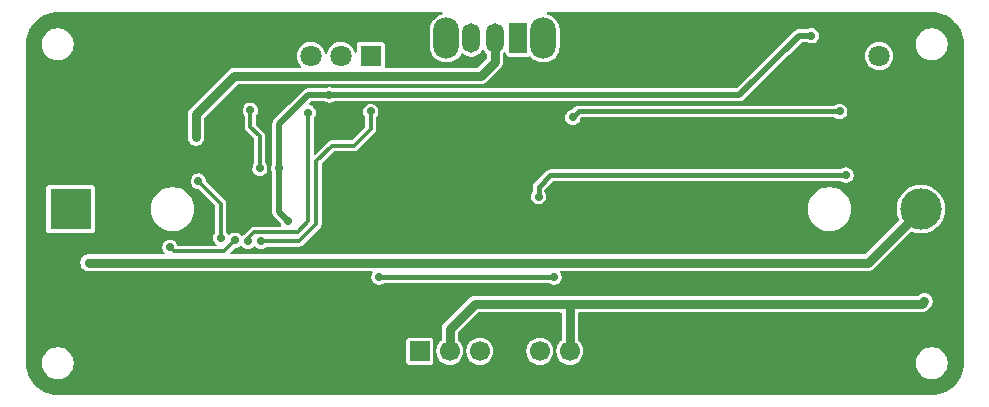
<source format=gbr>
%TF.GenerationSoftware,KiCad,Pcbnew,9.0.6*%
%TF.CreationDate,2026-02-05T22:19:04+05:30*%
%TF.ProjectId,Vitalung_V0.1,56697461-6c75-46e6-975f-56302e312e6b,0.1*%
%TF.SameCoordinates,PX7057c40PY68e7780*%
%TF.FileFunction,Copper,L2,Bot*%
%TF.FilePolarity,Positive*%
%FSLAX46Y46*%
G04 Gerber Fmt 4.6, Leading zero omitted, Abs format (unit mm)*
G04 Created by KiCad (PCBNEW 9.0.6) date 2026-02-05 22:19:04*
%MOMM*%
%LPD*%
G01*
G04 APERTURE LIST*
%TA.AperFunction,ComponentPad*%
%ADD10O,2.200000X3.500000*%
%TD*%
%TA.AperFunction,ComponentPad*%
%ADD11R,1.500000X2.500000*%
%TD*%
%TA.AperFunction,ComponentPad*%
%ADD12O,1.500000X2.500000*%
%TD*%
%TA.AperFunction,ComponentPad*%
%ADD13R,1.700000X1.700000*%
%TD*%
%TA.AperFunction,ComponentPad*%
%ADD14C,1.700000*%
%TD*%
%TA.AperFunction,ComponentPad*%
%ADD15R,1.800000X1.800000*%
%TD*%
%TA.AperFunction,ComponentPad*%
%ADD16C,1.800000*%
%TD*%
%TA.AperFunction,ComponentPad*%
%ADD17R,3.500000X3.500000*%
%TD*%
%TA.AperFunction,ComponentPad*%
%ADD18C,3.500000*%
%TD*%
%TA.AperFunction,ViaPad*%
%ADD19C,0.700000*%
%TD*%
%TA.AperFunction,Conductor*%
%ADD20C,0.800000*%
%TD*%
%TA.AperFunction,Conductor*%
%ADD21C,0.500000*%
%TD*%
%TA.AperFunction,Conductor*%
%ADD22C,0.300000*%
%TD*%
%TA.AperFunction,Conductor*%
%ADD23C,0.400000*%
%TD*%
G04 APERTURE END LIST*
D10*
%TO.P,SW1,*%
%TO.N,*%
X44100000Y30500000D03*
X35900000Y30500000D03*
D11*
%TO.P,SW1,1,A*%
%TO.N,Net-(SW1-A)*%
X42000000Y30500000D03*
D12*
%TO.P,SW1,2,B*%
%TO.N,+BATT*%
X40000000Y30500000D03*
%TO.P,SW1,3,C*%
%TO.N,unconnected-(SW1-C-Pad3)*%
X38000000Y30500000D03*
%TD*%
D13*
%TO.P,J1,1,Pin_1*%
%TO.N,Net-(J1-Pin_1)*%
X33650000Y4000000D03*
D14*
%TO.P,J1,2,Pin_2*%
%TO.N,+5V*%
X36190000Y4000000D03*
%TO.P,J1,3,Pin_3*%
%TO.N,SCL*%
X38730000Y4000000D03*
%TO.P,J1,4,Pin_4*%
%TO.N,GND*%
X41270000Y4000000D03*
%TO.P,J1,5,Pin_5*%
%TO.N,SDA*%
X43810000Y4000000D03*
%TO.P,J1,6,Pin_6*%
%TO.N,+5V*%
X46350000Y4000000D03*
%TD*%
D15*
%TO.P,D2,1,K*%
%TO.N,GND*%
X70000000Y29000000D03*
D16*
%TO.P,D2,2,A*%
%TO.N,Net-(D2-A)*%
X72540000Y29000000D03*
%TD*%
D15*
%TO.P,D1,1,K1*%
%TO.N,/Red*%
X29500000Y29000000D03*
D16*
%TO.P,D1,2,A*%
%TO.N,Net-(D1-A)*%
X26960000Y29000000D03*
%TO.P,D1,3,K2*%
%TO.N,/Green*%
X24420000Y29000000D03*
%TD*%
D17*
%TO.P,BT1,1,+*%
%TO.N,+BATT*%
X4075000Y16040000D03*
D18*
%TO.P,BT1,2,-*%
%TO.N,Net-(BT1--)*%
X76075000Y16040000D03*
%TD*%
D19*
%TO.N,+BATT*%
X14700000Y22100000D03*
%TO.N,Net-(BT1--)*%
X10600000Y11500000D03*
X5600000Y11500000D03*
%TO.N,GND*%
X19700000Y16500000D03*
X17300000Y9100000D03*
X66200000Y5800000D03*
X43200000Y13700000D03*
X17300000Y10100000D03*
X8100000Y19200000D03*
X43900000Y19500000D03*
X17700000Y14700000D03*
X6100000Y6700000D03*
X43200000Y12800000D03*
X11200000Y19300000D03*
X66900000Y27700000D03*
X24200000Y8400000D03*
X79200000Y7200000D03*
X6100000Y7500000D03*
X69000000Y6700000D03*
X11200000Y20200000D03*
X42900000Y19500000D03*
X7300000Y6400000D03*
X8100000Y20200000D03*
X67900000Y27700000D03*
X79200000Y6200000D03*
X19200000Y19700000D03*
X66200000Y6700000D03*
X5500000Y9500000D03*
X5600000Y10200000D03*
X35700000Y14100000D03*
X14700000Y14700000D03*
X33400000Y14000000D03*
X69000000Y5800000D03*
X34500000Y13900000D03*
X25300000Y9800000D03*
%TO.N,VBUS*%
X66800000Y30711750D03*
X26000000Y25699000D03*
X22500000Y15000000D03*
X21700000Y19500000D03*
%TO.N,VREG*%
X14900000Y18400000D03*
X16800000Y13600000D03*
%TO.N,+5V*%
X76375000Y8225000D03*
%TO.N,+3V3*%
X43700000Y17100000D03*
X69719046Y18919046D03*
%TO.N,Heater_En*%
X45000000Y10300000D03*
X30200000Y10300000D03*
%TO.N,Net-(U3-CS)*%
X18000000Y13400000D03*
X12500000Y12800000D03*
%TO.N,Net-(U3-PWR_ON-)*%
X19300000Y24400000D03*
X20100000Y19500000D03*
%TO.N,/Green*%
X24200000Y24200000D03*
X19100000Y13300000D03*
%TO.N,/Red*%
X20200000Y13300000D03*
X29500000Y24300000D03*
%TO.N,Net-(U1-PA10_A2_D2)*%
X46600000Y23800000D03*
X69200000Y24300000D03*
%TD*%
D20*
%TO.N,+BATT*%
X40000000Y28500000D02*
X40000000Y30500000D01*
X17900000Y27300000D02*
X38800000Y27300000D01*
X14700000Y24100000D02*
X17900000Y27300000D01*
X14700000Y22100000D02*
X14700000Y24100000D01*
X38800000Y27300000D02*
X40000000Y28500000D01*
%TO.N,Net-(BT1--)*%
X10600000Y11500000D02*
X71600000Y11500000D01*
X71600000Y11500000D02*
X76075000Y15975000D01*
X76075000Y15975000D02*
X76075000Y16040000D01*
X5600000Y11500000D02*
X10600000Y11500000D01*
D21*
%TO.N,VBUS*%
X22950000Y24450000D02*
X21700000Y23200000D01*
X21700000Y15800000D02*
X22500000Y15000000D01*
X26000000Y25699000D02*
X60699000Y25699000D01*
X65711750Y30711750D02*
X66800000Y30711750D01*
X60699000Y25699000D02*
X65711750Y30711750D01*
X24199000Y25699000D02*
X26000000Y25699000D01*
X21700000Y23200000D02*
X21700000Y19500000D01*
X22950000Y24450000D02*
X24199000Y25699000D01*
X21700000Y19500000D02*
X21700000Y15800000D01*
D22*
%TO.N,VREG*%
X16800000Y16500000D02*
X14900000Y18400000D01*
X16800000Y13600000D02*
X16800000Y16500000D01*
D20*
%TO.N,+5V*%
X48900000Y8000000D02*
X46600000Y8000000D01*
X36190000Y4000000D02*
X36190000Y5890000D01*
X38300000Y8000000D02*
X48900000Y8000000D01*
X76150000Y8000000D02*
X48900000Y8000000D01*
X76375000Y8225000D02*
X76150000Y8000000D01*
X36190000Y5890000D02*
X38300000Y8000000D01*
X46350000Y7750000D02*
X46350000Y4000000D01*
X46600000Y8000000D02*
X46350000Y7750000D01*
D23*
%TO.N,+3V3*%
X44700000Y18900000D02*
X69700000Y18900000D01*
X43700000Y17100000D02*
X43700000Y17900000D01*
X69700000Y18900000D02*
X69719046Y18919046D01*
X43700000Y17900000D02*
X44700000Y18900000D01*
%TO.N,Heater_En*%
X45000000Y10300000D02*
X30200000Y10300000D01*
D22*
%TO.N,Net-(U3-CS)*%
X17069654Y12449000D02*
X12851000Y12449000D01*
X12851000Y12449000D02*
X12500000Y12800000D01*
X18000000Y13400000D02*
X18000000Y13379346D01*
X18000000Y13379346D02*
X17069654Y12449000D01*
%TO.N,Net-(U3-PWR_ON-)*%
X19300000Y23000000D02*
X20100000Y22200000D01*
X20100000Y22200000D02*
X20100000Y19500000D01*
X19300000Y24400000D02*
X19300000Y23000000D01*
%TO.N,/Green*%
X24200000Y15000000D02*
X24200000Y24200000D01*
X23300000Y14100000D02*
X24200000Y15000000D01*
X19600000Y14100000D02*
X23300000Y14100000D01*
X19100000Y13600000D02*
X19600000Y14100000D01*
X19100000Y13300000D02*
X19100000Y13600000D01*
%TO.N,/Red*%
X29500000Y22800000D02*
X29500000Y24200000D01*
X29500000Y24200000D02*
X29500000Y24300000D01*
X28100000Y21400000D02*
X29500000Y22800000D01*
X23400000Y13300000D02*
X24900000Y14800000D01*
X20200000Y13300000D02*
X23400000Y13300000D01*
X24900000Y20100000D02*
X26200000Y21400000D01*
X24900000Y14800000D02*
X24900000Y20100000D01*
X26200000Y21400000D02*
X28100000Y21400000D01*
D23*
%TO.N,Net-(U1-PA10_A2_D2)*%
X47100000Y24300000D02*
X69200000Y24300000D01*
X46600000Y23800000D02*
X47100000Y24300000D01*
%TD*%
%TA.AperFunction,Conductor*%
%TO.N,GND*%
G36*
X35569886Y32680593D02*
G01*
X35605850Y32631093D01*
X35605850Y32569907D01*
X35569886Y32520407D01*
X35542287Y32506345D01*
X35362400Y32447898D01*
X35165980Y32347817D01*
X35151103Y32337008D01*
X34987635Y32218242D01*
X34831758Y32062365D01*
X34793039Y32009072D01*
X34702183Y31884020D01*
X34602102Y31687600D01*
X34533984Y31477949D01*
X34499500Y31260226D01*
X34499500Y29739775D01*
X34533984Y29522052D01*
X34602102Y29312401D01*
X34602104Y29312398D01*
X34602105Y29312394D01*
X34654277Y29210001D01*
X34702182Y29115982D01*
X34702185Y29115978D01*
X34831758Y28937635D01*
X34987635Y28781758D01*
X35165978Y28652185D01*
X35362394Y28552105D01*
X35572049Y28483985D01*
X35659140Y28470191D01*
X35789775Y28449500D01*
X35789778Y28449500D01*
X36010225Y28449500D01*
X36119086Y28466743D01*
X36227951Y28483985D01*
X36437606Y28552105D01*
X36634022Y28652185D01*
X36812365Y28781758D01*
X36968242Y28937635D01*
X37097815Y29115978D01*
X37137410Y29193688D01*
X37180673Y29236951D01*
X37241105Y29246523D01*
X37295622Y29218746D01*
X37330345Y29184023D01*
X37502402Y29069059D01*
X37693580Y28989870D01*
X37896535Y28949500D01*
X37896536Y28949500D01*
X38103464Y28949500D01*
X38103465Y28949500D01*
X38306420Y28989870D01*
X38497598Y29069059D01*
X38669655Y29184023D01*
X38815977Y29330345D01*
X38917684Y29482563D01*
X38965734Y29520442D01*
X39026872Y29522844D01*
X39077746Y29488852D01*
X39082310Y29482570D01*
X39184023Y29330345D01*
X39270505Y29243863D01*
X39298281Y29189348D01*
X39299500Y29173861D01*
X39299500Y28831165D01*
X39280593Y28772974D01*
X39270504Y28761161D01*
X38538839Y28029496D01*
X38484322Y28001719D01*
X38468835Y28000500D01*
X30799500Y28000500D01*
X30741309Y28019407D01*
X30705345Y28068907D01*
X30700500Y28099500D01*
X30700499Y29944861D01*
X30700499Y29944864D01*
X30697585Y29969991D01*
X30652206Y30072765D01*
X30572765Y30152206D01*
X30469991Y30197585D01*
X30469990Y30197586D01*
X30469988Y30197586D01*
X30444868Y30200500D01*
X28555139Y30200500D01*
X28555136Y30200499D01*
X28530009Y30197586D01*
X28427235Y30152206D01*
X28347794Y30072765D01*
X28302414Y29969989D01*
X28299500Y29944870D01*
X28299500Y29387405D01*
X28280593Y29329214D01*
X28231093Y29293250D01*
X28169907Y29293250D01*
X28120407Y29329214D01*
X28106345Y29356812D01*
X28096405Y29387405D01*
X28072547Y29460832D01*
X27986760Y29629199D01*
X27875690Y29782073D01*
X27742073Y29915690D01*
X27589199Y30026760D01*
X27589198Y30026761D01*
X27589196Y30026762D01*
X27420832Y30112547D01*
X27241113Y30170942D01*
X27054484Y30200500D01*
X27054481Y30200500D01*
X26865519Y30200500D01*
X26865516Y30200500D01*
X26678886Y30170942D01*
X26499167Y30112547D01*
X26330803Y30026762D01*
X26177928Y29915691D01*
X26044309Y29782072D01*
X25933238Y29629197D01*
X25847453Y29460833D01*
X25789058Y29281114D01*
X25787781Y29273046D01*
X25760004Y29218529D01*
X25705487Y29190752D01*
X25645055Y29200323D01*
X25601790Y29243588D01*
X25592219Y29273046D01*
X25590941Y29281114D01*
X25586473Y29294865D01*
X25532547Y29460832D01*
X25446760Y29629199D01*
X25335690Y29782073D01*
X25202073Y29915690D01*
X25049199Y30026760D01*
X25049198Y30026761D01*
X25049196Y30026762D01*
X24880832Y30112547D01*
X24701113Y30170942D01*
X24514484Y30200500D01*
X24514481Y30200500D01*
X24325519Y30200500D01*
X24325516Y30200500D01*
X24138886Y30170942D01*
X23959167Y30112547D01*
X23790803Y30026762D01*
X23637928Y29915691D01*
X23504309Y29782072D01*
X23393238Y29629197D01*
X23307453Y29460833D01*
X23249058Y29281114D01*
X23219500Y29094485D01*
X23219500Y28905516D01*
X23249058Y28718887D01*
X23307453Y28539168D01*
X23362563Y28431007D01*
X23393240Y28370801D01*
X23504310Y28217927D01*
X23552735Y28169502D01*
X23580511Y28114987D01*
X23570940Y28054555D01*
X23527675Y28011290D01*
X23482730Y28000500D01*
X17831004Y28000500D01*
X17722591Y27978936D01*
X17722591Y27978935D01*
X17709131Y27976258D01*
X17695670Y27973580D01*
X17652955Y27955886D01*
X17652954Y27955886D01*
X17568191Y27920777D01*
X17568190Y27920777D01*
X17458968Y27847797D01*
X17458969Y27847796D01*
X17453458Y27844114D01*
X17453453Y27844110D01*
X14155883Y24546540D01*
X14079223Y24431809D01*
X14026420Y24304330D01*
X14026420Y24304328D01*
X14008586Y24214670D01*
X13999500Y24168994D01*
X13999500Y22031005D01*
X14026420Y21895673D01*
X14026420Y21895671D01*
X14079222Y21768194D01*
X14079228Y21768183D01*
X14155885Y21653459D01*
X14253458Y21555886D01*
X14368182Y21479229D01*
X14368193Y21479223D01*
X14415283Y21459718D01*
X14495672Y21426420D01*
X14631007Y21399500D01*
X14631008Y21399500D01*
X14768992Y21399500D01*
X14768993Y21399500D01*
X14904328Y21426420D01*
X15031811Y21479225D01*
X15146542Y21555886D01*
X15244114Y21653458D01*
X15320775Y21768189D01*
X15373580Y21895672D01*
X15400500Y22031007D01*
X15400500Y23768836D01*
X15419407Y23827027D01*
X15429496Y23838840D01*
X16054725Y24464069D01*
X18649500Y24464069D01*
X18649500Y24335931D01*
X18673621Y24214669D01*
X18674499Y24210258D01*
X18674500Y24210253D01*
X18723534Y24091875D01*
X18723538Y24091867D01*
X18740211Y24066915D01*
X18794724Y23985331D01*
X18794727Y23985328D01*
X18820504Y23959551D01*
X18848281Y23905034D01*
X18849500Y23889547D01*
X18849500Y22940692D01*
X18870588Y22861986D01*
X18880200Y22826114D01*
X18880202Y22826110D01*
X18939507Y22723391D01*
X18939509Y22723389D01*
X18939511Y22723386D01*
X19620505Y22042392D01*
X19648281Y21987877D01*
X19649500Y21972390D01*
X19649500Y20010453D01*
X19630593Y19952262D01*
X19620504Y19940449D01*
X19594727Y19914673D01*
X19594724Y19914669D01*
X19523538Y19808134D01*
X19523534Y19808126D01*
X19474500Y19689748D01*
X19474499Y19689743D01*
X19449500Y19564070D01*
X19449500Y19435931D01*
X19474499Y19310258D01*
X19474500Y19310253D01*
X19523534Y19191875D01*
X19523538Y19191867D01*
X19566365Y19127774D01*
X19594724Y19085331D01*
X19685331Y18994724D01*
X19748848Y18952283D01*
X19791866Y18923539D01*
X19791870Y18923537D01*
X19791873Y18923535D01*
X19910256Y18874499D01*
X20035931Y18849500D01*
X20035932Y18849500D01*
X20164068Y18849500D01*
X20164069Y18849500D01*
X20289744Y18874499D01*
X20408127Y18923535D01*
X20514669Y18994724D01*
X20605276Y19085331D01*
X20676465Y19191873D01*
X20725501Y19310256D01*
X20750500Y19435931D01*
X20750500Y19564069D01*
X20725501Y19689744D01*
X20676465Y19808127D01*
X20676463Y19808130D01*
X20676461Y19808134D01*
X20647717Y19851152D01*
X20605276Y19914669D01*
X20579496Y19940449D01*
X20551719Y19994966D01*
X20550500Y20010453D01*
X20550500Y22259308D01*
X20519800Y22373882D01*
X20519799Y22373886D01*
X20519799Y22373887D01*
X20460490Y22476614D01*
X19779496Y23157608D01*
X19751719Y23212125D01*
X19750500Y23227612D01*
X19750500Y23889547D01*
X19769407Y23947738D01*
X19779496Y23959551D01*
X19805276Y23985331D01*
X19876465Y24091873D01*
X19925501Y24210256D01*
X19950500Y24335931D01*
X19950500Y24464069D01*
X19925501Y24589744D01*
X19876465Y24708127D01*
X19876463Y24708130D01*
X19876461Y24708134D01*
X19837534Y24766391D01*
X19805276Y24814669D01*
X19714669Y24905276D01*
X19672226Y24933635D01*
X19608133Y24976462D01*
X19608125Y24976466D01*
X19489747Y25025500D01*
X19489745Y25025501D01*
X19489744Y25025501D01*
X19364069Y25050500D01*
X19235931Y25050500D01*
X19235930Y25050500D01*
X19173093Y25038001D01*
X19110256Y25025501D01*
X19110255Y25025501D01*
X19110252Y25025500D01*
X18991874Y24976466D01*
X18991866Y24976462D01*
X18885331Y24905276D01*
X18885327Y24905273D01*
X18794727Y24814673D01*
X18794724Y24814669D01*
X18723538Y24708134D01*
X18723534Y24708126D01*
X18674500Y24589748D01*
X18674499Y24589745D01*
X18674499Y24589744D01*
X18649500Y24464069D01*
X16054725Y24464069D01*
X18161160Y26570504D01*
X18215677Y26598281D01*
X18231164Y26599500D01*
X38868993Y26599500D01*
X38868994Y26599500D01*
X39004328Y26626420D01*
X39131811Y26679225D01*
X39246543Y26755886D01*
X40544114Y28053457D01*
X40620775Y28168189D01*
X40673580Y28295671D01*
X40688524Y28370801D01*
X40700500Y28431007D01*
X40700500Y29173861D01*
X40702968Y29181459D01*
X40701719Y29189347D01*
X40712242Y29210001D01*
X40719407Y29232052D01*
X40729496Y29243864D01*
X40732155Y29246523D01*
X40780498Y29294867D01*
X40835012Y29322643D01*
X40895444Y29313072D01*
X40938709Y29269808D01*
X40949500Y29224866D01*
X40949500Y29205143D01*
X40949501Y29205136D01*
X40952414Y29180010D01*
X40977756Y29122615D01*
X40997794Y29077235D01*
X41077235Y28997794D01*
X41180009Y28952415D01*
X41205135Y28949500D01*
X42794864Y28949501D01*
X42819991Y28952415D01*
X42899087Y28987340D01*
X42959955Y28993548D01*
X43012848Y28962793D01*
X43019167Y28954965D01*
X43023137Y28949500D01*
X43031758Y28937635D01*
X43187635Y28781758D01*
X43365978Y28652185D01*
X43562394Y28552105D01*
X43772049Y28483985D01*
X43859140Y28470191D01*
X43989775Y28449500D01*
X43989778Y28449500D01*
X44210225Y28449500D01*
X44319086Y28466743D01*
X44427951Y28483985D01*
X44637606Y28552105D01*
X44834022Y28652185D01*
X45012365Y28781758D01*
X45168242Y28937635D01*
X45297815Y29115978D01*
X45397895Y29312394D01*
X45466015Y29522049D01*
X45500500Y29739778D01*
X45500500Y31260222D01*
X45500500Y31260226D01*
X45471906Y31440756D01*
X45466015Y31477951D01*
X45400047Y31680984D01*
X45397897Y31687600D01*
X45397896Y31687601D01*
X45397895Y31687606D01*
X45297815Y31884022D01*
X45168242Y32062365D01*
X45012365Y32218242D01*
X44834022Y32347815D01*
X44834021Y32347816D01*
X44834019Y32347817D01*
X44744825Y32393264D01*
X44637606Y32447895D01*
X44637602Y32447896D01*
X44637599Y32447898D01*
X44457713Y32506345D01*
X44408213Y32542309D01*
X44389305Y32600500D01*
X44408212Y32658690D01*
X44457712Y32694654D01*
X44488305Y32699500D01*
X76952405Y32699500D01*
X76997227Y32699500D01*
X77002777Y32699345D01*
X77296701Y32682838D01*
X77307724Y32681596D01*
X77595224Y32632748D01*
X77606018Y32630285D01*
X77886251Y32549551D01*
X77896722Y32545887D01*
X78133286Y32447898D01*
X78166134Y32434292D01*
X78176136Y32429475D01*
X78431354Y32288422D01*
X78440755Y32282515D01*
X78678575Y32113772D01*
X78687254Y32106851D01*
X78753572Y32047586D01*
X78904697Y31912533D01*
X78912532Y31904698D01*
X78988231Y31819991D01*
X79106850Y31687255D01*
X79113771Y31678576D01*
X79282514Y31440756D01*
X79288421Y31431355D01*
X79429474Y31176137D01*
X79434291Y31166135D01*
X79545884Y30896727D01*
X79549551Y30886248D01*
X79630280Y30606034D01*
X79632750Y30595210D01*
X79681594Y30307730D01*
X79682837Y30296698D01*
X79699344Y30002778D01*
X79699500Y29997227D01*
X79699500Y3002774D01*
X79699344Y2997223D01*
X79682837Y2703303D01*
X79681594Y2692271D01*
X79632750Y2404791D01*
X79630280Y2393967D01*
X79549551Y2113753D01*
X79545884Y2103274D01*
X79434291Y1833866D01*
X79429474Y1823864D01*
X79288421Y1568646D01*
X79282514Y1559245D01*
X79113771Y1321425D01*
X79106850Y1312746D01*
X78912540Y1095311D01*
X78904689Y1087460D01*
X78687254Y893150D01*
X78678575Y886229D01*
X78440755Y717486D01*
X78431354Y711579D01*
X78176136Y570526D01*
X78166134Y565709D01*
X77896726Y454116D01*
X77886247Y450449D01*
X77606033Y369720D01*
X77595209Y367250D01*
X77307729Y318406D01*
X77296697Y317163D01*
X77002778Y300656D01*
X76997227Y300500D01*
X3002773Y300500D01*
X2997222Y300656D01*
X2703302Y317163D01*
X2692270Y318406D01*
X2404790Y367250D01*
X2393966Y369720D01*
X2113752Y450449D01*
X2103273Y454116D01*
X1833865Y565709D01*
X1823863Y570526D01*
X1568645Y711579D01*
X1559244Y717486D01*
X1321424Y886229D01*
X1312745Y893150D01*
X1211695Y983453D01*
X1095302Y1087468D01*
X1087467Y1095303D01*
X969745Y1227034D01*
X893149Y1312746D01*
X886228Y1321425D01*
X717485Y1559245D01*
X711578Y1568646D01*
X570525Y1823864D01*
X565708Y1833866D01*
X454115Y2103274D01*
X450448Y2113753D01*
X369715Y2393982D01*
X367252Y2404776D01*
X318404Y2692276D01*
X317162Y2703303D01*
X300656Y2997223D01*
X300500Y3002774D01*
X300500Y3106291D01*
X1649500Y3106291D01*
X1649500Y2893710D01*
X1682752Y2683762D01*
X1748443Y2481588D01*
X1844948Y2292185D01*
X1844950Y2292181D01*
X1969891Y2120214D01*
X1969893Y2120212D01*
X1969896Y2120208D01*
X2120208Y1969896D01*
X2120211Y1969894D01*
X2120213Y1969892D01*
X2292180Y1844951D01*
X2292184Y1844949D01*
X2481588Y1748443D01*
X2683757Y1682754D01*
X2683758Y1682754D01*
X2683761Y1682753D01*
X2893710Y1649500D01*
X2893713Y1649500D01*
X3106290Y1649500D01*
X3316238Y1682753D01*
X3316239Y1682754D01*
X3316243Y1682754D01*
X3518412Y1748443D01*
X3707816Y1844949D01*
X3879792Y1969896D01*
X4030104Y2120208D01*
X4155051Y2292184D01*
X4251557Y2481588D01*
X4317246Y2683757D01*
X4317247Y2683762D01*
X4350500Y2893710D01*
X4350500Y3106291D01*
X4317247Y3316239D01*
X4291003Y3397009D01*
X4251557Y3518412D01*
X4155051Y3707816D01*
X4155049Y3707820D01*
X4030108Y3879787D01*
X4030106Y3879789D01*
X4030104Y3879792D01*
X3879792Y4030104D01*
X3879788Y4030107D01*
X3879786Y4030109D01*
X3707819Y4155050D01*
X3707815Y4155052D01*
X3518412Y4251557D01*
X3316238Y4317248D01*
X3106290Y4350500D01*
X3106287Y4350500D01*
X2893713Y4350500D01*
X2893710Y4350500D01*
X2683761Y4317248D01*
X2481587Y4251557D01*
X2292184Y4155052D01*
X2292180Y4155050D01*
X2120213Y4030109D01*
X1969891Y3879787D01*
X1844950Y3707820D01*
X1844948Y3707816D01*
X1748443Y3518413D01*
X1682752Y3316239D01*
X1649500Y3106291D01*
X300500Y3106291D01*
X300500Y4894870D01*
X32499500Y4894870D01*
X32499500Y3105140D01*
X32499501Y3105137D01*
X32502414Y3080010D01*
X32516727Y3047595D01*
X32547794Y2977235D01*
X32627235Y2897794D01*
X32730009Y2852415D01*
X32755135Y2849500D01*
X34544864Y2849501D01*
X34569991Y2852415D01*
X34672765Y2897794D01*
X34752206Y2977235D01*
X34797585Y3080009D01*
X34800500Y3105135D01*
X34800499Y4090550D01*
X35039500Y4090550D01*
X35039500Y3909451D01*
X35067828Y3730594D01*
X35067829Y3730591D01*
X35123789Y3558361D01*
X35206004Y3397006D01*
X35312447Y3250499D01*
X35440499Y3122447D01*
X35587006Y3016004D01*
X35748361Y2933789D01*
X35920591Y2877829D01*
X35992136Y2866498D01*
X36099451Y2849500D01*
X36099454Y2849500D01*
X36280549Y2849500D01*
X36369977Y2863665D01*
X36459409Y2877829D01*
X36631639Y2933789D01*
X36792994Y3016004D01*
X36939501Y3122447D01*
X37067553Y3250499D01*
X37173996Y3397006D01*
X37256211Y3558361D01*
X37312171Y3730591D01*
X37326335Y3820023D01*
X37340500Y3909451D01*
X37340500Y4090550D01*
X37579500Y4090550D01*
X37579500Y3909451D01*
X37607828Y3730594D01*
X37607829Y3730591D01*
X37663789Y3558361D01*
X37746004Y3397006D01*
X37852447Y3250499D01*
X37980499Y3122447D01*
X38127006Y3016004D01*
X38288361Y2933789D01*
X38460591Y2877829D01*
X38532136Y2866498D01*
X38639451Y2849500D01*
X38639454Y2849500D01*
X38820549Y2849500D01*
X38909977Y2863665D01*
X38999409Y2877829D01*
X39171639Y2933789D01*
X39332994Y3016004D01*
X39479501Y3122447D01*
X39607553Y3250499D01*
X39713996Y3397006D01*
X39796211Y3558361D01*
X39852171Y3730591D01*
X39866335Y3820023D01*
X39880500Y3909451D01*
X39880500Y4090550D01*
X42659500Y4090550D01*
X42659500Y3909451D01*
X42687828Y3730594D01*
X42687829Y3730591D01*
X42743789Y3558361D01*
X42826004Y3397006D01*
X42932447Y3250499D01*
X43060499Y3122447D01*
X43207006Y3016004D01*
X43368361Y2933789D01*
X43540591Y2877829D01*
X43612136Y2866498D01*
X43719451Y2849500D01*
X43719454Y2849500D01*
X43900549Y2849500D01*
X43989977Y2863665D01*
X44079409Y2877829D01*
X44251639Y2933789D01*
X44412994Y3016004D01*
X44559501Y3122447D01*
X44687553Y3250499D01*
X44793996Y3397006D01*
X44876211Y3558361D01*
X44932171Y3730591D01*
X44946335Y3820023D01*
X44960500Y3909451D01*
X44960500Y4090550D01*
X44932171Y4269407D01*
X44932171Y4269409D01*
X44876211Y4441639D01*
X44793996Y4602994D01*
X44687553Y4749501D01*
X44559501Y4877553D01*
X44412994Y4983996D01*
X44412993Y4983997D01*
X44412991Y4983998D01*
X44251637Y5066212D01*
X44079406Y5122172D01*
X43900549Y5150500D01*
X43900546Y5150500D01*
X43719454Y5150500D01*
X43719451Y5150500D01*
X43540593Y5122172D01*
X43368362Y5066212D01*
X43207008Y4983998D01*
X43178930Y4963598D01*
X43060499Y4877553D01*
X42932447Y4749501D01*
X42879225Y4676248D01*
X42826002Y4602992D01*
X42743788Y4441638D01*
X42687828Y4269407D01*
X42659500Y4090550D01*
X39880500Y4090550D01*
X39852171Y4269407D01*
X39852171Y4269409D01*
X39796211Y4441639D01*
X39713996Y4602994D01*
X39607553Y4749501D01*
X39479501Y4877553D01*
X39332994Y4983996D01*
X39332993Y4983997D01*
X39332991Y4983998D01*
X39171637Y5066212D01*
X38999406Y5122172D01*
X38820549Y5150500D01*
X38820546Y5150500D01*
X38639454Y5150500D01*
X38639451Y5150500D01*
X38460593Y5122172D01*
X38288362Y5066212D01*
X38127008Y4983998D01*
X38098930Y4963598D01*
X37980499Y4877553D01*
X37852447Y4749501D01*
X37799225Y4676248D01*
X37746002Y4602992D01*
X37663788Y4441638D01*
X37607828Y4269407D01*
X37579500Y4090550D01*
X37340500Y4090550D01*
X37312171Y4269407D01*
X37312171Y4269409D01*
X37256211Y4441639D01*
X37173996Y4602994D01*
X37067553Y4749501D01*
X36939501Y4877553D01*
X36939497Y4877556D01*
X36939495Y4877558D01*
X36931306Y4883508D01*
X36895344Y4933009D01*
X36890500Y4963598D01*
X36890500Y5558835D01*
X36909407Y5617026D01*
X36919496Y5628839D01*
X38561161Y7270504D01*
X38615678Y7298281D01*
X38631165Y7299500D01*
X45550500Y7299500D01*
X45608691Y7280593D01*
X45644655Y7231093D01*
X45649500Y7200500D01*
X45649500Y4963598D01*
X45630593Y4905407D01*
X45608694Y4883508D01*
X45600504Y4877558D01*
X45600499Y4877553D01*
X45472447Y4749501D01*
X45419225Y4676248D01*
X45366002Y4602992D01*
X45283788Y4441638D01*
X45227828Y4269407D01*
X45199500Y4090550D01*
X45199500Y3909451D01*
X45227828Y3730594D01*
X45227829Y3730591D01*
X45283789Y3558361D01*
X45366004Y3397006D01*
X45472447Y3250499D01*
X45600499Y3122447D01*
X45747006Y3016004D01*
X45908361Y2933789D01*
X46080591Y2877829D01*
X46152136Y2866498D01*
X46259451Y2849500D01*
X46259454Y2849500D01*
X46440549Y2849500D01*
X46529977Y2863665D01*
X46619409Y2877829D01*
X46791639Y2933789D01*
X46952994Y3016004D01*
X47077264Y3106291D01*
X75649500Y3106291D01*
X75649500Y2893710D01*
X75682752Y2683762D01*
X75748443Y2481588D01*
X75844948Y2292185D01*
X75844950Y2292181D01*
X75969891Y2120214D01*
X75969893Y2120212D01*
X75969896Y2120208D01*
X76120208Y1969896D01*
X76120211Y1969894D01*
X76120213Y1969892D01*
X76292180Y1844951D01*
X76292184Y1844949D01*
X76481588Y1748443D01*
X76683757Y1682754D01*
X76683758Y1682754D01*
X76683761Y1682753D01*
X76893710Y1649500D01*
X76893713Y1649500D01*
X77106290Y1649500D01*
X77316238Y1682753D01*
X77316239Y1682754D01*
X77316243Y1682754D01*
X77518412Y1748443D01*
X77707816Y1844949D01*
X77879792Y1969896D01*
X78030104Y2120208D01*
X78155051Y2292184D01*
X78251557Y2481588D01*
X78317246Y2683757D01*
X78317247Y2683762D01*
X78350500Y2893710D01*
X78350500Y3106291D01*
X78317247Y3316239D01*
X78291003Y3397009D01*
X78251557Y3518412D01*
X78155051Y3707816D01*
X78155049Y3707820D01*
X78030108Y3879787D01*
X78030106Y3879789D01*
X78030104Y3879792D01*
X77879792Y4030104D01*
X77879788Y4030107D01*
X77879786Y4030109D01*
X77707819Y4155050D01*
X77707815Y4155052D01*
X77518412Y4251557D01*
X77316238Y4317248D01*
X77106290Y4350500D01*
X77106287Y4350500D01*
X76893713Y4350500D01*
X76893710Y4350500D01*
X76683761Y4317248D01*
X76481587Y4251557D01*
X76292184Y4155052D01*
X76292180Y4155050D01*
X76120213Y4030109D01*
X75969891Y3879787D01*
X75844950Y3707820D01*
X75844948Y3707816D01*
X75748443Y3518413D01*
X75682752Y3316239D01*
X75649500Y3106291D01*
X47077264Y3106291D01*
X47099501Y3122447D01*
X47227553Y3250499D01*
X47333996Y3397006D01*
X47416211Y3558361D01*
X47472171Y3730591D01*
X47486335Y3820023D01*
X47500500Y3909451D01*
X47500500Y4090550D01*
X47472171Y4269407D01*
X47472171Y4269409D01*
X47416211Y4441639D01*
X47333996Y4602994D01*
X47227553Y4749501D01*
X47099501Y4877553D01*
X47099497Y4877556D01*
X47099495Y4877558D01*
X47091306Y4883508D01*
X47055344Y4933009D01*
X47050500Y4963598D01*
X47050500Y7200500D01*
X47069407Y7258691D01*
X47118907Y7294655D01*
X47149500Y7299500D01*
X76218993Y7299500D01*
X76218994Y7299500D01*
X76354328Y7326420D01*
X76481811Y7379225D01*
X76596543Y7455886D01*
X76919114Y7778457D01*
X76995775Y7893189D01*
X77048580Y8020672D01*
X77075500Y8156006D01*
X77075500Y8293994D01*
X77048580Y8429328D01*
X76995775Y8556811D01*
X76919114Y8671543D01*
X76821543Y8769114D01*
X76706811Y8845775D01*
X76706810Y8845776D01*
X76706808Y8845777D01*
X76579328Y8898580D01*
X76443996Y8925500D01*
X76443994Y8925500D01*
X76306006Y8925500D01*
X76306003Y8925500D01*
X76170672Y8898580D01*
X76170670Y8898580D01*
X76043191Y8845777D01*
X75928457Y8769115D01*
X75888838Y8729496D01*
X75834321Y8701719D01*
X75818835Y8700500D01*
X38231003Y8700500D01*
X38095672Y8673580D01*
X38095670Y8673580D01*
X37968191Y8620777D01*
X37853460Y8544117D01*
X35645883Y6336540D01*
X35569223Y6221809D01*
X35516420Y6094330D01*
X35516420Y6094328D01*
X35489500Y5958996D01*
X35489500Y4963598D01*
X35470593Y4905407D01*
X35448694Y4883508D01*
X35440504Y4877558D01*
X35440499Y4877553D01*
X35312447Y4749501D01*
X35259225Y4676248D01*
X35206002Y4602992D01*
X35123788Y4441638D01*
X35067828Y4269407D01*
X35039500Y4090550D01*
X34800499Y4090550D01*
X34800499Y4894864D01*
X34797585Y4919991D01*
X34752206Y5022765D01*
X34672765Y5102206D01*
X34569991Y5147585D01*
X34569990Y5147586D01*
X34569988Y5147586D01*
X34544868Y5150500D01*
X32755139Y5150500D01*
X32755136Y5150499D01*
X32730009Y5147586D01*
X32627235Y5102206D01*
X32547794Y5022765D01*
X32502414Y4919989D01*
X32499500Y4894870D01*
X300500Y4894870D01*
X300500Y11568996D01*
X4899500Y11568996D01*
X4899500Y11431005D01*
X4926420Y11295673D01*
X4926420Y11295671D01*
X4979222Y11168194D01*
X4979228Y11168183D01*
X5055885Y11053459D01*
X5153458Y10955886D01*
X5268182Y10879229D01*
X5268193Y10879223D01*
X5315283Y10859718D01*
X5395672Y10826420D01*
X5531007Y10799500D01*
X10531007Y10799500D01*
X29566190Y10799500D01*
X29624381Y10780593D01*
X29660345Y10731093D01*
X29660345Y10669907D01*
X29648505Y10645498D01*
X29623538Y10608135D01*
X29623534Y10608126D01*
X29574500Y10489748D01*
X29574499Y10489743D01*
X29549500Y10364070D01*
X29549500Y10235931D01*
X29574499Y10110258D01*
X29574500Y10110253D01*
X29623534Y9991875D01*
X29623538Y9991867D01*
X29666365Y9927774D01*
X29694724Y9885331D01*
X29785331Y9794724D01*
X29848848Y9752283D01*
X29891866Y9723539D01*
X29891870Y9723537D01*
X29891873Y9723535D01*
X30010256Y9674499D01*
X30135931Y9649500D01*
X30135932Y9649500D01*
X30264068Y9649500D01*
X30264069Y9649500D01*
X30389744Y9674499D01*
X30508127Y9723535D01*
X30596846Y9782816D01*
X30651847Y9799500D01*
X44548153Y9799500D01*
X44603153Y9782816D01*
X44644873Y9754939D01*
X44691866Y9723539D01*
X44691870Y9723537D01*
X44691873Y9723535D01*
X44810256Y9674499D01*
X44935931Y9649500D01*
X44935932Y9649500D01*
X45064068Y9649500D01*
X45064069Y9649500D01*
X45189744Y9674499D01*
X45308127Y9723535D01*
X45414669Y9794724D01*
X45505276Y9885331D01*
X45576465Y9991873D01*
X45625501Y10110256D01*
X45650500Y10235931D01*
X45650500Y10364069D01*
X45625501Y10489744D01*
X45576465Y10608127D01*
X45576463Y10608129D01*
X45576461Y10608135D01*
X45551495Y10645498D01*
X45534886Y10704386D01*
X45556063Y10761790D01*
X45606937Y10795783D01*
X45633810Y10799500D01*
X71668993Y10799500D01*
X71668994Y10799500D01*
X71804328Y10826420D01*
X71931811Y10879225D01*
X72046543Y10955886D01*
X75205304Y14114649D01*
X75259819Y14142424D01*
X75313188Y14136108D01*
X75414474Y14094153D01*
X75674109Y14024584D01*
X75940603Y13989500D01*
X75940604Y13989500D01*
X76209396Y13989500D01*
X76209397Y13989500D01*
X76475891Y14024584D01*
X76735526Y14094153D01*
X76983859Y14197016D01*
X77216641Y14331413D01*
X77429890Y14495044D01*
X77619956Y14685110D01*
X77783587Y14898359D01*
X77917984Y15131141D01*
X78020847Y15379474D01*
X78090416Y15639109D01*
X78125500Y15905603D01*
X78125500Y16174397D01*
X78090416Y16440891D01*
X78020847Y16700526D01*
X77917984Y16948859D01*
X77783587Y17181641D01*
X77619956Y17394890D01*
X77429890Y17584956D01*
X77289493Y17692686D01*
X77216644Y17748585D01*
X77216641Y17748587D01*
X76983859Y17882984D01*
X76983855Y17882986D01*
X76983851Y17882988D01*
X76735531Y17985845D01*
X76735530Y17985846D01*
X76735526Y17985847D01*
X76475891Y18055416D01*
X76475888Y18055417D01*
X76475886Y18055417D01*
X76209398Y18090500D01*
X76209397Y18090500D01*
X75940603Y18090500D01*
X75940601Y18090500D01*
X75674116Y18055417D01*
X75674111Y18055417D01*
X75414481Y17985849D01*
X75414468Y17985845D01*
X75166148Y17882988D01*
X74933355Y17748585D01*
X74720113Y17584959D01*
X74530041Y17394887D01*
X74366415Y17181645D01*
X74232012Y16948852D01*
X74129155Y16700532D01*
X74129151Y16700519D01*
X74059583Y16440889D01*
X74059583Y16440884D01*
X74024500Y16174399D01*
X74024500Y15905602D01*
X74059583Y15639117D01*
X74059583Y15639112D01*
X74076369Y15576466D01*
X74119721Y15414673D01*
X74129151Y15379482D01*
X74129153Y15379474D01*
X74209181Y15186270D01*
X74213982Y15125273D01*
X74187721Y15078380D01*
X71338839Y12229496D01*
X71284322Y12201719D01*
X71268835Y12200500D01*
X17697265Y12200500D01*
X17639074Y12219407D01*
X17603110Y12268907D01*
X17603110Y12330093D01*
X17627261Y12369504D01*
X17978261Y12720504D01*
X18032778Y12748281D01*
X18048265Y12749500D01*
X18064068Y12749500D01*
X18064069Y12749500D01*
X18189744Y12774499D01*
X18308127Y12823535D01*
X18414669Y12894724D01*
X18433541Y12913596D01*
X18488057Y12941375D01*
X18548489Y12931805D01*
X18585860Y12898597D01*
X18594724Y12885331D01*
X18685331Y12794724D01*
X18748848Y12752283D01*
X18791866Y12723539D01*
X18791870Y12723537D01*
X18791873Y12723535D01*
X18910256Y12674499D01*
X19035931Y12649500D01*
X19035932Y12649500D01*
X19164068Y12649500D01*
X19164069Y12649500D01*
X19289744Y12674499D01*
X19408127Y12723535D01*
X19514669Y12794724D01*
X19579996Y12860051D01*
X19634512Y12887829D01*
X19694944Y12878258D01*
X19720004Y12860051D01*
X19785322Y12794732D01*
X19785326Y12794729D01*
X19785331Y12794724D01*
X19848848Y12752283D01*
X19891866Y12723539D01*
X19891870Y12723537D01*
X19891873Y12723535D01*
X20010256Y12674499D01*
X20135931Y12649500D01*
X20135932Y12649500D01*
X20264068Y12649500D01*
X20264069Y12649500D01*
X20389744Y12674499D01*
X20508127Y12723535D01*
X20614669Y12794724D01*
X20640449Y12820504D01*
X20694966Y12848281D01*
X20710453Y12849500D01*
X23459309Y12849500D01*
X23549669Y12873713D01*
X23549672Y12873713D01*
X23566634Y12878258D01*
X23573887Y12880201D01*
X23676614Y12939511D01*
X25260489Y14523386D01*
X25296253Y14585331D01*
X25319767Y14626058D01*
X25319776Y14626076D01*
X25319798Y14626113D01*
X25319799Y14626114D01*
X25350500Y14740691D01*
X25350500Y16161290D01*
X66479500Y16161290D01*
X66479500Y15918711D01*
X66511161Y15678219D01*
X66511161Y15678214D01*
X66573944Y15443908D01*
X66573948Y15443895D01*
X66666772Y15219796D01*
X66666774Y15219792D01*
X66666776Y15219788D01*
X66756681Y15064068D01*
X66788066Y15009708D01*
X66935729Y14817269D01*
X66935731Y14817267D01*
X66935735Y14817262D01*
X67107262Y14645735D01*
X67107266Y14645732D01*
X67107268Y14645730D01*
X67271384Y14519800D01*
X67299711Y14498064D01*
X67509788Y14376776D01*
X67733900Y14283946D01*
X67968211Y14221162D01*
X68208712Y14189500D01*
X68208713Y14189500D01*
X68451287Y14189500D01*
X68451288Y14189500D01*
X68691789Y14221162D01*
X68926100Y14283946D01*
X69150212Y14376776D01*
X69360289Y14498064D01*
X69552738Y14645735D01*
X69724265Y14817262D01*
X69871936Y15009711D01*
X69993224Y15219788D01*
X70086054Y15443900D01*
X70148838Y15678211D01*
X70180500Y15918712D01*
X70180500Y16161288D01*
X70148838Y16401789D01*
X70086054Y16636100D01*
X69993224Y16860212D01*
X69871936Y17070289D01*
X69799976Y17164069D01*
X69724270Y17262732D01*
X69724268Y17262734D01*
X69724265Y17262738D01*
X69552738Y17434265D01*
X69552733Y17434269D01*
X69552731Y17434271D01*
X69360292Y17581934D01*
X69355053Y17584959D01*
X69150212Y17703224D01*
X69150208Y17703226D01*
X69150204Y17703228D01*
X68926105Y17796052D01*
X68926104Y17796053D01*
X68926100Y17796054D01*
X68691789Y17858838D01*
X68691786Y17858839D01*
X68691784Y17858839D01*
X68451289Y17890500D01*
X68451288Y17890500D01*
X68208712Y17890500D01*
X68208710Y17890500D01*
X67968218Y17858839D01*
X67968213Y17858839D01*
X67733907Y17796056D01*
X67733894Y17796052D01*
X67509795Y17703228D01*
X67299707Y17581934D01*
X67107268Y17434271D01*
X66935729Y17262732D01*
X66788066Y17070293D01*
X66666772Y16860205D01*
X66573948Y16636106D01*
X66573944Y16636093D01*
X66511161Y16401787D01*
X66511161Y16401782D01*
X66479500Y16161290D01*
X25350500Y16161290D01*
X25350500Y17164070D01*
X43049500Y17164070D01*
X43049500Y17035931D01*
X43074499Y16910258D01*
X43074500Y16910253D01*
X43123534Y16791875D01*
X43123538Y16791867D01*
X43166365Y16727774D01*
X43194724Y16685331D01*
X43285331Y16594724D01*
X43338335Y16559308D01*
X43391866Y16523539D01*
X43391870Y16523537D01*
X43391873Y16523535D01*
X43510256Y16474499D01*
X43635931Y16449500D01*
X43635932Y16449500D01*
X43764068Y16449500D01*
X43764069Y16449500D01*
X43889744Y16474499D01*
X44008127Y16523535D01*
X44114669Y16594724D01*
X44205276Y16685331D01*
X44276465Y16791873D01*
X44325501Y16910256D01*
X44350500Y17035931D01*
X44350500Y17164069D01*
X44325501Y17289744D01*
X44276465Y17408127D01*
X44276463Y17408129D01*
X44276461Y17408135D01*
X44217185Y17496846D01*
X44200500Y17551848D01*
X44200500Y17651678D01*
X44219407Y17709869D01*
X44229496Y17721682D01*
X44878318Y18370504D01*
X44932835Y18398281D01*
X44948322Y18399500D01*
X69295703Y18399500D01*
X69350704Y18382816D01*
X69410919Y18342581D01*
X69529302Y18293545D01*
X69654977Y18268546D01*
X69654978Y18268546D01*
X69783114Y18268546D01*
X69783115Y18268546D01*
X69908790Y18293545D01*
X70027173Y18342581D01*
X70133715Y18413770D01*
X70224322Y18504377D01*
X70295511Y18610919D01*
X70344547Y18729302D01*
X70369546Y18854977D01*
X70369546Y18983115D01*
X70344547Y19108790D01*
X70295511Y19227173D01*
X70295509Y19227176D01*
X70295507Y19227180D01*
X70266763Y19270198D01*
X70224322Y19333715D01*
X70133715Y19424322D01*
X70091272Y19452681D01*
X70027179Y19495508D01*
X70027171Y19495512D01*
X69908793Y19544546D01*
X69908791Y19544547D01*
X69908790Y19544547D01*
X69783115Y19569546D01*
X69654977Y19569546D01*
X69654976Y19569546D01*
X69592139Y19557047D01*
X69529302Y19544547D01*
X69529301Y19544547D01*
X69529298Y19544546D01*
X69410920Y19495512D01*
X69410912Y19495508D01*
X69304370Y19424317D01*
X69302725Y19422967D01*
X69301819Y19422613D01*
X69300334Y19421620D01*
X69300116Y19421947D01*
X69245747Y19400671D01*
X69239927Y19400500D01*
X44765893Y19400500D01*
X44634108Y19400500D01*
X44556200Y19379625D01*
X44506809Y19366391D01*
X44392690Y19300504D01*
X43392686Y18300500D01*
X43392685Y18300501D01*
X43299500Y18207315D01*
X43299496Y18207310D01*
X43233609Y18093191D01*
X43219948Y18042206D01*
X43204847Y17985845D01*
X43199500Y17965891D01*
X43199500Y17551848D01*
X43182815Y17496846D01*
X43123538Y17408135D01*
X43123534Y17408126D01*
X43074500Y17289748D01*
X43074499Y17289743D01*
X43049500Y17164070D01*
X25350500Y17164070D01*
X25350500Y19872389D01*
X25369407Y19930580D01*
X25379496Y19942393D01*
X26357608Y20920504D01*
X26412125Y20948281D01*
X26427612Y20949500D01*
X28159309Y20949500D01*
X28249669Y20973713D01*
X28249672Y20973713D01*
X28262903Y20977259D01*
X28273887Y20980201D01*
X28376614Y21039511D01*
X29860489Y22523386D01*
X29919799Y22626113D01*
X29926332Y22650497D01*
X29926334Y22650500D01*
X29926333Y22650500D01*
X29950500Y22740692D01*
X29950500Y23789547D01*
X29951286Y23791969D01*
X29950620Y23794426D01*
X29956103Y23806793D01*
X29969407Y23847738D01*
X29972373Y23851614D01*
X29975727Y23855783D01*
X29984013Y23864069D01*
X45949500Y23864069D01*
X45949500Y23735931D01*
X45974498Y23610259D01*
X45974499Y23610258D01*
X45974500Y23610253D01*
X46023534Y23491875D01*
X46023538Y23491867D01*
X46066365Y23427774D01*
X46094724Y23385331D01*
X46185331Y23294724D01*
X46248848Y23252283D01*
X46291866Y23223539D01*
X46291870Y23223537D01*
X46291873Y23223535D01*
X46410256Y23174499D01*
X46535931Y23149500D01*
X46535932Y23149500D01*
X46664068Y23149500D01*
X46664069Y23149500D01*
X46789744Y23174499D01*
X46908127Y23223535D01*
X47014669Y23294724D01*
X47105276Y23385331D01*
X47176465Y23491873D01*
X47225501Y23610256D01*
X47246318Y23714911D01*
X47273420Y23765606D01*
X47278326Y23770511D01*
X47332845Y23798283D01*
X47348322Y23799500D01*
X68748153Y23799500D01*
X68803153Y23782816D01*
X68837971Y23759551D01*
X68891866Y23723539D01*
X68891870Y23723537D01*
X68891873Y23723535D01*
X69010256Y23674499D01*
X69135931Y23649500D01*
X69135932Y23649500D01*
X69264068Y23649500D01*
X69264069Y23649500D01*
X69389744Y23674499D01*
X69508127Y23723535D01*
X69614669Y23794724D01*
X69705276Y23885331D01*
X69776465Y23991873D01*
X69825501Y24110256D01*
X69850500Y24235931D01*
X69850500Y24364069D01*
X69825501Y24489744D01*
X69776465Y24608127D01*
X69776463Y24608130D01*
X69776461Y24608134D01*
X69714743Y24700500D01*
X69705276Y24714669D01*
X69614669Y24805276D01*
X69549552Y24848786D01*
X69508133Y24876462D01*
X69508125Y24876466D01*
X69389747Y24925500D01*
X69389745Y24925501D01*
X69389744Y24925501D01*
X69264069Y24950500D01*
X69135931Y24950500D01*
X69135930Y24950500D01*
X69073093Y24938001D01*
X69010256Y24925501D01*
X69010255Y24925501D01*
X69010252Y24925500D01*
X68891874Y24876466D01*
X68891866Y24876462D01*
X68826563Y24832827D01*
X68803153Y24817185D01*
X68748153Y24800500D01*
X47165893Y24800500D01*
X47034108Y24800500D01*
X46956200Y24779625D01*
X46906809Y24766391D01*
X46792690Y24700504D01*
X46792685Y24700500D01*
X46565597Y24473413D01*
X46514909Y24446320D01*
X46410266Y24425504D01*
X46410252Y24425500D01*
X46291874Y24376466D01*
X46291866Y24376462D01*
X46185331Y24305276D01*
X46185327Y24305273D01*
X46094727Y24214673D01*
X46094726Y24214671D01*
X46094724Y24214669D01*
X46074544Y24184468D01*
X46023538Y24108134D01*
X46023534Y24108126D01*
X45974500Y23989748D01*
X45974499Y23989745D01*
X45974499Y23989744D01*
X45973621Y23985331D01*
X45953730Y23885332D01*
X45949500Y23864069D01*
X29984013Y23864069D01*
X30005276Y23885331D01*
X30076465Y23991873D01*
X30125501Y24110256D01*
X30150500Y24235931D01*
X30150500Y24364069D01*
X30125501Y24489744D01*
X30076465Y24608127D01*
X30076463Y24608130D01*
X30076461Y24608134D01*
X30014743Y24700500D01*
X30005276Y24714669D01*
X29914669Y24805276D01*
X29849552Y24848786D01*
X29808133Y24876462D01*
X29808125Y24876466D01*
X29689747Y24925500D01*
X29689745Y24925501D01*
X29689744Y24925501D01*
X29564069Y24950500D01*
X29435931Y24950500D01*
X29435930Y24950500D01*
X29373093Y24938001D01*
X29310256Y24925501D01*
X29310255Y24925501D01*
X29310252Y24925500D01*
X29191874Y24876466D01*
X29191866Y24876462D01*
X29085331Y24805276D01*
X29085327Y24805273D01*
X28994727Y24714673D01*
X28994724Y24714669D01*
X28923538Y24608134D01*
X28923534Y24608126D01*
X28874500Y24489748D01*
X28874499Y24489745D01*
X28874499Y24489744D01*
X28849500Y24364069D01*
X28849500Y24235931D01*
X28869415Y24135813D01*
X28874499Y24110258D01*
X28874500Y24110253D01*
X28923534Y23991875D01*
X28923538Y23991867D01*
X28953025Y23947738D01*
X28994724Y23885331D01*
X28994727Y23885328D01*
X29020504Y23859551D01*
X29048281Y23805034D01*
X29049500Y23789547D01*
X29049500Y23027611D01*
X29030593Y22969420D01*
X29020504Y22957607D01*
X27942393Y21879496D01*
X27887876Y21851719D01*
X27872389Y21850500D01*
X26140691Y21850500D01*
X26039505Y21823387D01*
X26039504Y21823388D01*
X26026114Y21819799D01*
X25923386Y21760490D01*
X24819504Y20656608D01*
X24764987Y20628831D01*
X24704555Y20638402D01*
X24661290Y20681667D01*
X24650500Y20726612D01*
X24650500Y23689547D01*
X24669407Y23747738D01*
X24679496Y23759551D01*
X24690456Y23770511D01*
X24705276Y23785331D01*
X24776465Y23891873D01*
X24825501Y24010256D01*
X24850500Y24135931D01*
X24850500Y24264069D01*
X24825501Y24389744D01*
X24776465Y24508127D01*
X24776463Y24508130D01*
X24776461Y24508134D01*
X24747717Y24551152D01*
X24705276Y24614669D01*
X24614669Y24705276D01*
X24572226Y24733635D01*
X24508133Y24776462D01*
X24508125Y24776466D01*
X24389747Y24825500D01*
X24389734Y24825504D01*
X24333084Y24836773D01*
X24279701Y24866670D01*
X24254086Y24922236D01*
X24266024Y24982245D01*
X24282392Y25003868D01*
X24398029Y25119504D01*
X24452546Y25147281D01*
X24468032Y25148500D01*
X25622983Y25148500D01*
X25677984Y25131816D01*
X25691873Y25122535D01*
X25810256Y25073499D01*
X25935931Y25048500D01*
X25935932Y25048500D01*
X26064068Y25048500D01*
X26064069Y25048500D01*
X26189744Y25073499D01*
X26308127Y25122535D01*
X26322015Y25131816D01*
X26377017Y25148500D01*
X60771474Y25148500D01*
X60771475Y25148500D01*
X60911485Y25186016D01*
X60924836Y25193724D01*
X61037015Y25258490D01*
X64873010Y29094485D01*
X71339500Y29094485D01*
X71339500Y28905516D01*
X71369058Y28718887D01*
X71427453Y28539168D01*
X71482563Y28431007D01*
X71513240Y28370801D01*
X71624310Y28217927D01*
X71757927Y28084310D01*
X71910801Y27973240D01*
X72079168Y27887453D01*
X72258882Y27829060D01*
X72258883Y27829060D01*
X72258886Y27829059D01*
X72445516Y27799500D01*
X72445519Y27799500D01*
X72634484Y27799500D01*
X72821113Y27829059D01*
X72821114Y27829060D01*
X72821118Y27829060D01*
X73000832Y27887453D01*
X73169199Y27973240D01*
X73322073Y28084310D01*
X73455690Y28217927D01*
X73566760Y28370801D01*
X73652547Y28539168D01*
X73710940Y28718882D01*
X73710941Y28718887D01*
X73740500Y28905516D01*
X73740500Y29094485D01*
X73710941Y29281114D01*
X73706473Y29294865D01*
X73652547Y29460832D01*
X73566760Y29629199D01*
X73455690Y29782073D01*
X73322073Y29915690D01*
X73226735Y29984957D01*
X73169198Y30026761D01*
X73169195Y30026762D01*
X73013110Y30106291D01*
X75649500Y30106291D01*
X75649500Y29893710D01*
X75682752Y29683762D01*
X75748443Y29481588D01*
X75844948Y29292185D01*
X75844950Y29292181D01*
X75969891Y29120214D01*
X75969893Y29120212D01*
X75969896Y29120208D01*
X76120208Y28969896D01*
X76120211Y28969894D01*
X76120213Y28969892D01*
X76292180Y28844951D01*
X76292184Y28844949D01*
X76481588Y28748443D01*
X76683757Y28682754D01*
X76683758Y28682754D01*
X76683761Y28682753D01*
X76893710Y28649500D01*
X76893713Y28649500D01*
X77106290Y28649500D01*
X77316238Y28682753D01*
X77316239Y28682754D01*
X77316243Y28682754D01*
X77518412Y28748443D01*
X77707816Y28844949D01*
X77879792Y28969896D01*
X78030104Y29120208D01*
X78155051Y29292184D01*
X78251557Y29481588D01*
X78317246Y29683757D01*
X78317247Y29683762D01*
X78350500Y29893710D01*
X78350500Y30106291D01*
X78317247Y30316239D01*
X78288854Y30403623D01*
X78251557Y30518412D01*
X78155051Y30707816D01*
X78155049Y30707820D01*
X78030108Y30879787D01*
X78030106Y30879789D01*
X78030104Y30879792D01*
X77879792Y31030104D01*
X77879788Y31030107D01*
X77879786Y31030109D01*
X77707819Y31155050D01*
X77707815Y31155052D01*
X77518412Y31251557D01*
X77316238Y31317248D01*
X77106290Y31350500D01*
X77106287Y31350500D01*
X76893713Y31350500D01*
X76893710Y31350500D01*
X76683761Y31317248D01*
X76481587Y31251557D01*
X76292184Y31155052D01*
X76292180Y31155050D01*
X76120213Y31030109D01*
X75969891Y30879787D01*
X75844950Y30707820D01*
X75844948Y30707816D01*
X75748443Y30518413D01*
X75682752Y30316239D01*
X75649500Y30106291D01*
X73013110Y30106291D01*
X73000832Y30112547D01*
X72821113Y30170942D01*
X72634484Y30200500D01*
X72634481Y30200500D01*
X72445519Y30200500D01*
X72445516Y30200500D01*
X72258886Y30170942D01*
X72079167Y30112547D01*
X71910803Y30026762D01*
X71757928Y29915691D01*
X71624309Y29782072D01*
X71513238Y29629197D01*
X71427453Y29460833D01*
X71369058Y29281114D01*
X71339500Y29094485D01*
X64873010Y29094485D01*
X65910779Y30132254D01*
X65965296Y30160031D01*
X65980783Y30161250D01*
X66422983Y30161250D01*
X66477984Y30144566D01*
X66491873Y30135285D01*
X66610256Y30086249D01*
X66735931Y30061250D01*
X66735932Y30061250D01*
X66864068Y30061250D01*
X66864069Y30061250D01*
X66989744Y30086249D01*
X67108127Y30135285D01*
X67214669Y30206474D01*
X67305276Y30297081D01*
X67376465Y30403623D01*
X67425501Y30522006D01*
X67450500Y30647681D01*
X67450500Y30775819D01*
X67425501Y30901494D01*
X67376465Y31019877D01*
X67376463Y31019880D01*
X67376461Y31019884D01*
X67347717Y31062902D01*
X67305276Y31126419D01*
X67214669Y31217026D01*
X67150016Y31260226D01*
X67108133Y31288212D01*
X67108125Y31288216D01*
X66989747Y31337250D01*
X66989745Y31337251D01*
X66989744Y31337251D01*
X66864069Y31362250D01*
X66735931Y31362250D01*
X66735930Y31362250D01*
X66676861Y31350500D01*
X66610256Y31337251D01*
X66610255Y31337251D01*
X66610252Y31337250D01*
X66491873Y31288216D01*
X66477985Y31278935D01*
X66422983Y31262250D01*
X65639275Y31262250D01*
X65599369Y31251557D01*
X65499265Y31224734D01*
X65373735Y31152260D01*
X60499971Y26278496D01*
X60445454Y26250719D01*
X60429967Y26249500D01*
X26377017Y26249500D01*
X26322015Y26266185D01*
X26308126Y26275466D01*
X26189747Y26324500D01*
X26189745Y26324501D01*
X26189744Y26324501D01*
X26064069Y26349500D01*
X25935931Y26349500D01*
X25935930Y26349500D01*
X25873093Y26337001D01*
X25810256Y26324501D01*
X25810255Y26324501D01*
X25810252Y26324500D01*
X25691873Y26275466D01*
X25677985Y26266185D01*
X25622983Y26249500D01*
X24126525Y26249500D01*
X23986515Y26211984D01*
X23860985Y26139510D01*
X22611985Y24890510D01*
X21259490Y23538015D01*
X21195061Y23426420D01*
X21191038Y23419453D01*
X21187016Y23412486D01*
X21149500Y23272475D01*
X21149500Y19877019D01*
X21132817Y19822020D01*
X21123535Y19808129D01*
X21074500Y19689748D01*
X21074499Y19689743D01*
X21049500Y19564070D01*
X21049500Y19435931D01*
X21074499Y19310258D01*
X21074500Y19310253D01*
X21123534Y19191874D01*
X21132815Y19177985D01*
X21149500Y19122983D01*
X21149500Y15872474D01*
X21149500Y15727526D01*
X21187016Y15587515D01*
X21259490Y15461985D01*
X21552055Y15169420D01*
X21844146Y14877329D01*
X21866722Y14842396D01*
X21869635Y14834705D01*
X21874499Y14810256D01*
X21923535Y14691873D01*
X21924017Y14691152D01*
X21926510Y14684571D01*
X21927907Y14655453D01*
X21930195Y14626389D01*
X21929367Y14625038D01*
X21929443Y14623456D01*
X21913458Y14599078D01*
X21898226Y14574220D01*
X21896762Y14573614D01*
X21895894Y14572289D01*
X21868636Y14561964D01*
X21841698Y14550805D01*
X21838889Y14550695D01*
X21838676Y14550614D01*
X21838444Y14550678D01*
X21833930Y14550500D01*
X19540691Y14550500D01*
X19495508Y14538394D01*
X19450325Y14526287D01*
X19450324Y14526288D01*
X19426115Y14519800D01*
X19323386Y14460490D01*
X18739511Y13876615D01*
X18718022Y13839397D01*
X18698790Y13815563D01*
X18693368Y13810647D01*
X18685331Y13805276D01*
X18664757Y13784703D01*
X18662955Y13783068D01*
X18637139Y13771465D01*
X18611938Y13758625D01*
X18609449Y13759020D01*
X18607148Y13757985D01*
X18579448Y13763772D01*
X18551506Y13768197D01*
X18549430Y13770042D01*
X18547255Y13770496D01*
X18540347Y13778114D01*
X18514139Y13801404D01*
X18505276Y13814669D01*
X18414669Y13905276D01*
X18372226Y13933635D01*
X18308133Y13976462D01*
X18308125Y13976466D01*
X18189747Y14025500D01*
X18189745Y14025501D01*
X18189744Y14025501D01*
X18064069Y14050500D01*
X17935931Y14050500D01*
X17935930Y14050500D01*
X17873093Y14038001D01*
X17810256Y14025501D01*
X17810255Y14025501D01*
X17810252Y14025500D01*
X17691874Y13976466D01*
X17691866Y13976462D01*
X17585331Y13905276D01*
X17585321Y13905268D01*
X17543242Y13863189D01*
X17488725Y13835412D01*
X17428293Y13844984D01*
X17385029Y13888249D01*
X17381774Y13895309D01*
X17377647Y13905273D01*
X17376465Y13908127D01*
X17376463Y13908130D01*
X17376461Y13908134D01*
X17322093Y13989500D01*
X17305276Y14014669D01*
X17279496Y14040449D01*
X17251719Y14094966D01*
X17250500Y14110453D01*
X17250500Y16559308D01*
X17241010Y16594724D01*
X17219799Y16673886D01*
X17219799Y16673887D01*
X17160490Y16776614D01*
X15579496Y18357608D01*
X15551719Y18412125D01*
X15550500Y18427612D01*
X15550500Y18464068D01*
X15550500Y18464069D01*
X15525501Y18589744D01*
X15476465Y18708127D01*
X15476463Y18708130D01*
X15476461Y18708134D01*
X15447717Y18751152D01*
X15405276Y18814669D01*
X15314669Y18905276D01*
X15272226Y18933635D01*
X15208133Y18976462D01*
X15208125Y18976466D01*
X15089747Y19025500D01*
X15089745Y19025501D01*
X15089744Y19025501D01*
X14964069Y19050500D01*
X14835931Y19050500D01*
X14835930Y19050500D01*
X14773093Y19038001D01*
X14710256Y19025501D01*
X14710255Y19025501D01*
X14710252Y19025500D01*
X14591874Y18976466D01*
X14591866Y18976462D01*
X14485331Y18905276D01*
X14485327Y18905273D01*
X14394727Y18814673D01*
X14394724Y18814669D01*
X14323538Y18708134D01*
X14323534Y18708126D01*
X14274500Y18589748D01*
X14274499Y18589743D01*
X14249500Y18464070D01*
X14249500Y18335931D01*
X14274499Y18210258D01*
X14274500Y18210253D01*
X14323534Y18091875D01*
X14323538Y18091867D01*
X14356721Y18042206D01*
X14394724Y17985331D01*
X14485331Y17894724D01*
X14537313Y17859991D01*
X14591866Y17823539D01*
X14591870Y17823537D01*
X14591873Y17823535D01*
X14710256Y17774499D01*
X14835931Y17749500D01*
X14872389Y17749500D01*
X14930580Y17730593D01*
X14942393Y17720504D01*
X16320504Y16342393D01*
X16348281Y16287876D01*
X16349500Y16272389D01*
X16349500Y14110453D01*
X16330593Y14052262D01*
X16320504Y14040449D01*
X16294727Y14014673D01*
X16294724Y14014669D01*
X16223538Y13908134D01*
X16223534Y13908126D01*
X16174500Y13789748D01*
X16174499Y13789745D01*
X16174499Y13789744D01*
X16149500Y13664069D01*
X16149500Y13535931D01*
X16171466Y13425501D01*
X16174499Y13410258D01*
X16174500Y13410253D01*
X16223534Y13291875D01*
X16223538Y13291867D01*
X16266365Y13227774D01*
X16294724Y13185331D01*
X16385331Y13094724D01*
X16406148Y13080815D01*
X16444027Y13032765D01*
X16446429Y12971627D01*
X16412436Y12920753D01*
X16355033Y12899576D01*
X16351146Y12899500D01*
X13224699Y12899500D01*
X13166508Y12918407D01*
X13130544Y12967907D01*
X13127601Y12979186D01*
X13125501Y12989744D01*
X13082017Y13094724D01*
X13076467Y13108123D01*
X13076461Y13108134D01*
X13047717Y13151152D01*
X13005276Y13214669D01*
X12914669Y13305276D01*
X12872226Y13333635D01*
X12808133Y13376462D01*
X12808125Y13376466D01*
X12689747Y13425500D01*
X12689745Y13425501D01*
X12689744Y13425501D01*
X12564069Y13450500D01*
X12435931Y13450500D01*
X12435930Y13450500D01*
X12373093Y13438001D01*
X12310256Y13425501D01*
X12310255Y13425501D01*
X12310252Y13425500D01*
X12191874Y13376466D01*
X12191866Y13376462D01*
X12085331Y13305276D01*
X12085327Y13305273D01*
X11994727Y13214673D01*
X11994724Y13214669D01*
X11923538Y13108134D01*
X11923534Y13108126D01*
X11874500Y12989748D01*
X11874500Y12989746D01*
X11874499Y12989744D01*
X11870895Y12971627D01*
X11851419Y12873714D01*
X11849500Y12864069D01*
X11849500Y12735931D01*
X11866692Y12649501D01*
X11874499Y12610258D01*
X11874500Y12610253D01*
X11923534Y12491875D01*
X11923538Y12491867D01*
X11966365Y12427774D01*
X11994724Y12385331D01*
X11994727Y12385328D01*
X12010551Y12369504D01*
X12038328Y12314987D01*
X12028757Y12254555D01*
X11985492Y12211290D01*
X11940547Y12200500D01*
X5531004Y12200500D01*
X5395672Y12173580D01*
X5395670Y12173580D01*
X5268193Y12120778D01*
X5268182Y12120772D01*
X5153458Y12044115D01*
X5055885Y11946542D01*
X4979228Y11831818D01*
X4979222Y11831807D01*
X4926420Y11704330D01*
X4926420Y11704328D01*
X4899500Y11568996D01*
X300500Y11568996D01*
X300500Y17834870D01*
X2024500Y17834870D01*
X2024500Y14245140D01*
X2024501Y14245137D01*
X2027414Y14220010D01*
X2040886Y14189500D01*
X2072794Y14117235D01*
X2152235Y14037794D01*
X2255009Y13992415D01*
X2280135Y13989500D01*
X5869864Y13989501D01*
X5894991Y13992415D01*
X5997765Y14037794D01*
X6077206Y14117235D01*
X6122585Y14220009D01*
X6125500Y14245135D01*
X6125499Y16161290D01*
X10869500Y16161290D01*
X10869500Y15918711D01*
X10901161Y15678219D01*
X10901161Y15678214D01*
X10963944Y15443908D01*
X10963948Y15443895D01*
X11056772Y15219796D01*
X11056774Y15219792D01*
X11056776Y15219788D01*
X11146681Y15064068D01*
X11178066Y15009708D01*
X11325729Y14817269D01*
X11325731Y14817267D01*
X11325735Y14817262D01*
X11497262Y14645735D01*
X11497266Y14645732D01*
X11497268Y14645730D01*
X11661384Y14519800D01*
X11689711Y14498064D01*
X11899788Y14376776D01*
X12123900Y14283946D01*
X12358211Y14221162D01*
X12598712Y14189500D01*
X12598713Y14189500D01*
X12841287Y14189500D01*
X12841288Y14189500D01*
X13081789Y14221162D01*
X13316100Y14283946D01*
X13540212Y14376776D01*
X13750289Y14498064D01*
X13942738Y14645735D01*
X14114265Y14817262D01*
X14261936Y15009711D01*
X14383224Y15219788D01*
X14476054Y15443900D01*
X14538838Y15678211D01*
X14570500Y15918712D01*
X14570500Y16161288D01*
X14538838Y16401789D01*
X14476054Y16636100D01*
X14383224Y16860212D01*
X14261936Y17070289D01*
X14189976Y17164069D01*
X14114270Y17262732D01*
X14114268Y17262734D01*
X14114265Y17262738D01*
X13942738Y17434265D01*
X13942733Y17434269D01*
X13942731Y17434271D01*
X13750292Y17581934D01*
X13745053Y17584959D01*
X13540212Y17703224D01*
X13540208Y17703226D01*
X13540204Y17703228D01*
X13316105Y17796052D01*
X13316104Y17796053D01*
X13316100Y17796054D01*
X13081789Y17858838D01*
X13081786Y17858839D01*
X13081784Y17858839D01*
X12841289Y17890500D01*
X12841288Y17890500D01*
X12598712Y17890500D01*
X12598710Y17890500D01*
X12358218Y17858839D01*
X12358213Y17858839D01*
X12123907Y17796056D01*
X12123894Y17796052D01*
X11899795Y17703228D01*
X11689707Y17581934D01*
X11497268Y17434271D01*
X11325729Y17262732D01*
X11178066Y17070293D01*
X11056772Y16860205D01*
X10963948Y16636106D01*
X10963944Y16636093D01*
X10901161Y16401787D01*
X10901161Y16401782D01*
X10869500Y16161290D01*
X6125499Y16161290D01*
X6125499Y17834864D01*
X6122585Y17859991D01*
X6077206Y17962765D01*
X5997765Y18042206D01*
X5894991Y18087585D01*
X5894990Y18087586D01*
X5894988Y18087586D01*
X5869868Y18090500D01*
X2280139Y18090500D01*
X2280136Y18090499D01*
X2255009Y18087586D01*
X2152235Y18042206D01*
X2072794Y17962765D01*
X2027414Y17859989D01*
X2024500Y17834870D01*
X300500Y17834870D01*
X300500Y29997227D01*
X300656Y30002778D01*
X306469Y30106291D01*
X1649500Y30106291D01*
X1649500Y29893710D01*
X1682752Y29683762D01*
X1748443Y29481588D01*
X1844948Y29292185D01*
X1844950Y29292181D01*
X1969891Y29120214D01*
X1969893Y29120212D01*
X1969896Y29120208D01*
X2120208Y28969896D01*
X2120211Y28969894D01*
X2120213Y28969892D01*
X2292180Y28844951D01*
X2292184Y28844949D01*
X2481588Y28748443D01*
X2683757Y28682754D01*
X2683758Y28682754D01*
X2683761Y28682753D01*
X2893710Y28649500D01*
X2893713Y28649500D01*
X3106290Y28649500D01*
X3316238Y28682753D01*
X3316239Y28682754D01*
X3316243Y28682754D01*
X3518412Y28748443D01*
X3707816Y28844949D01*
X3879792Y28969896D01*
X4030104Y29120208D01*
X4155051Y29292184D01*
X4251557Y29481588D01*
X4317246Y29683757D01*
X4317247Y29683762D01*
X4350500Y29893710D01*
X4350500Y30106291D01*
X4317247Y30316239D01*
X4288854Y30403623D01*
X4251557Y30518412D01*
X4155051Y30707816D01*
X4155049Y30707820D01*
X4030108Y30879787D01*
X4030106Y30879789D01*
X4030104Y30879792D01*
X3879792Y31030104D01*
X3879788Y31030107D01*
X3879786Y31030109D01*
X3707819Y31155050D01*
X3707815Y31155052D01*
X3518412Y31251557D01*
X3316238Y31317248D01*
X3106290Y31350500D01*
X3106287Y31350500D01*
X2893713Y31350500D01*
X2893710Y31350500D01*
X2683761Y31317248D01*
X2481587Y31251557D01*
X2292184Y31155052D01*
X2292180Y31155050D01*
X2120213Y31030109D01*
X1969891Y30879787D01*
X1844950Y30707820D01*
X1844948Y30707816D01*
X1748443Y30518413D01*
X1682752Y30316239D01*
X1649500Y30106291D01*
X306469Y30106291D01*
X317162Y30296704D01*
X318405Y30307730D01*
X319851Y30316239D01*
X367253Y30595229D01*
X369714Y30606015D01*
X450451Y30886258D01*
X454111Y30896717D01*
X565711Y31166142D01*
X570525Y31176137D01*
X593122Y31217023D01*
X711583Y31431364D01*
X717479Y31440747D01*
X886230Y31678579D01*
X893149Y31687255D01*
X1087475Y31904707D01*
X1095293Y31912525D01*
X1312748Y32106854D01*
X1321424Y32113772D01*
X1559253Y32282521D01*
X1568636Y32288417D01*
X1823869Y32429478D01*
X1833858Y32434289D01*
X2103283Y32545889D01*
X2113742Y32549549D01*
X2393985Y32630286D01*
X2404771Y32632747D01*
X2692277Y32681596D01*
X2703296Y32682838D01*
X2997222Y32699345D01*
X3002773Y32699500D01*
X3047595Y32699500D01*
X35511695Y32699500D01*
X35569886Y32680593D01*
G37*
%TD.AperFunction*%
%TD*%
M02*

</source>
